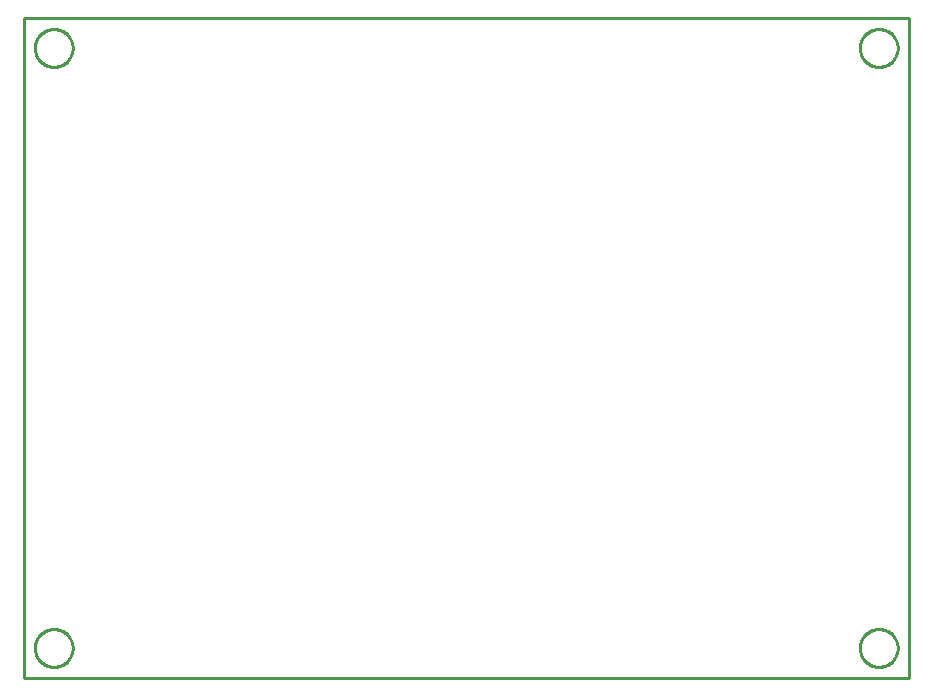
<source format=gbr>
G04 EAGLE Gerber RS-274X export*
G75*
%MOMM*%
%FSLAX34Y34*%
%LPD*%
%IN*%
%IPPOS*%
%AMOC8*
5,1,8,0,0,1.08239X$1,22.5*%
G01*
%ADD10C,0.254000*%


D10*
X50800Y139700D02*
X800100Y139700D01*
X800100Y698500D01*
X50800Y698500D01*
X50800Y139700D01*
X92200Y672576D02*
X92132Y671531D01*
X91995Y670492D01*
X91790Y669465D01*
X91519Y668453D01*
X91183Y667461D01*
X90782Y666493D01*
X90318Y665554D01*
X89795Y664646D01*
X89213Y663775D01*
X88575Y662944D01*
X87884Y662157D01*
X87143Y661416D01*
X86356Y660725D01*
X85525Y660088D01*
X84654Y659506D01*
X83746Y658982D01*
X82807Y658518D01*
X81839Y658117D01*
X80847Y657781D01*
X79835Y657510D01*
X78808Y657305D01*
X77769Y657169D01*
X76724Y657100D01*
X75676Y657100D01*
X74631Y657169D01*
X73592Y657305D01*
X72565Y657510D01*
X71553Y657781D01*
X70561Y658117D01*
X69593Y658518D01*
X68654Y658982D01*
X67746Y659506D01*
X66875Y660088D01*
X66044Y660725D01*
X65257Y661416D01*
X64516Y662157D01*
X63825Y662944D01*
X63188Y663775D01*
X62606Y664646D01*
X62082Y665554D01*
X61618Y666493D01*
X61217Y667461D01*
X60881Y668453D01*
X60610Y669465D01*
X60405Y670492D01*
X60269Y671531D01*
X60200Y672576D01*
X60200Y673624D01*
X60269Y674669D01*
X60405Y675708D01*
X60610Y676735D01*
X60881Y677747D01*
X61217Y678739D01*
X61618Y679707D01*
X62082Y680646D01*
X62606Y681554D01*
X63188Y682425D01*
X63825Y683256D01*
X64516Y684043D01*
X65257Y684784D01*
X66044Y685475D01*
X66875Y686113D01*
X67746Y686695D01*
X68654Y687218D01*
X69593Y687682D01*
X70561Y688083D01*
X71553Y688419D01*
X72565Y688690D01*
X73592Y688895D01*
X74631Y689032D01*
X75676Y689100D01*
X76724Y689100D01*
X77769Y689032D01*
X78808Y688895D01*
X79835Y688690D01*
X80847Y688419D01*
X81839Y688083D01*
X82807Y687682D01*
X83746Y687218D01*
X84654Y686695D01*
X85525Y686113D01*
X86356Y685475D01*
X87143Y684784D01*
X87884Y684043D01*
X88575Y683256D01*
X89213Y682425D01*
X89795Y681554D01*
X90318Y680646D01*
X90782Y679707D01*
X91183Y678739D01*
X91519Y677747D01*
X91790Y676735D01*
X91995Y675708D01*
X92132Y674669D01*
X92200Y673624D01*
X92200Y672576D01*
X92200Y164576D02*
X92132Y163531D01*
X91995Y162492D01*
X91790Y161465D01*
X91519Y160453D01*
X91183Y159461D01*
X90782Y158493D01*
X90318Y157554D01*
X89795Y156646D01*
X89213Y155775D01*
X88575Y154944D01*
X87884Y154157D01*
X87143Y153416D01*
X86356Y152725D01*
X85525Y152088D01*
X84654Y151506D01*
X83746Y150982D01*
X82807Y150518D01*
X81839Y150117D01*
X80847Y149781D01*
X79835Y149510D01*
X78808Y149305D01*
X77769Y149169D01*
X76724Y149100D01*
X75676Y149100D01*
X74631Y149169D01*
X73592Y149305D01*
X72565Y149510D01*
X71553Y149781D01*
X70561Y150117D01*
X69593Y150518D01*
X68654Y150982D01*
X67746Y151506D01*
X66875Y152088D01*
X66044Y152725D01*
X65257Y153416D01*
X64516Y154157D01*
X63825Y154944D01*
X63188Y155775D01*
X62606Y156646D01*
X62082Y157554D01*
X61618Y158493D01*
X61217Y159461D01*
X60881Y160453D01*
X60610Y161465D01*
X60405Y162492D01*
X60269Y163531D01*
X60200Y164576D01*
X60200Y165624D01*
X60269Y166669D01*
X60405Y167708D01*
X60610Y168735D01*
X60881Y169747D01*
X61217Y170739D01*
X61618Y171707D01*
X62082Y172646D01*
X62606Y173554D01*
X63188Y174425D01*
X63825Y175256D01*
X64516Y176043D01*
X65257Y176784D01*
X66044Y177475D01*
X66875Y178113D01*
X67746Y178695D01*
X68654Y179218D01*
X69593Y179682D01*
X70561Y180083D01*
X71553Y180419D01*
X72565Y180690D01*
X73592Y180895D01*
X74631Y181032D01*
X75676Y181100D01*
X76724Y181100D01*
X77769Y181032D01*
X78808Y180895D01*
X79835Y180690D01*
X80847Y180419D01*
X81839Y180083D01*
X82807Y179682D01*
X83746Y179218D01*
X84654Y178695D01*
X85525Y178113D01*
X86356Y177475D01*
X87143Y176784D01*
X87884Y176043D01*
X88575Y175256D01*
X89213Y174425D01*
X89795Y173554D01*
X90318Y172646D01*
X90782Y171707D01*
X91183Y170739D01*
X91519Y169747D01*
X91790Y168735D01*
X91995Y167708D01*
X92132Y166669D01*
X92200Y165624D01*
X92200Y164576D01*
X790700Y164576D02*
X790632Y163531D01*
X790495Y162492D01*
X790290Y161465D01*
X790019Y160453D01*
X789683Y159461D01*
X789282Y158493D01*
X788818Y157554D01*
X788295Y156646D01*
X787713Y155775D01*
X787075Y154944D01*
X786384Y154157D01*
X785643Y153416D01*
X784856Y152725D01*
X784025Y152088D01*
X783154Y151506D01*
X782246Y150982D01*
X781307Y150518D01*
X780339Y150117D01*
X779347Y149781D01*
X778335Y149510D01*
X777308Y149305D01*
X776269Y149169D01*
X775224Y149100D01*
X774176Y149100D01*
X773131Y149169D01*
X772092Y149305D01*
X771065Y149510D01*
X770053Y149781D01*
X769061Y150117D01*
X768093Y150518D01*
X767154Y150982D01*
X766246Y151506D01*
X765375Y152088D01*
X764544Y152725D01*
X763757Y153416D01*
X763016Y154157D01*
X762325Y154944D01*
X761688Y155775D01*
X761106Y156646D01*
X760582Y157554D01*
X760118Y158493D01*
X759717Y159461D01*
X759381Y160453D01*
X759110Y161465D01*
X758905Y162492D01*
X758769Y163531D01*
X758700Y164576D01*
X758700Y165624D01*
X758769Y166669D01*
X758905Y167708D01*
X759110Y168735D01*
X759381Y169747D01*
X759717Y170739D01*
X760118Y171707D01*
X760582Y172646D01*
X761106Y173554D01*
X761688Y174425D01*
X762325Y175256D01*
X763016Y176043D01*
X763757Y176784D01*
X764544Y177475D01*
X765375Y178113D01*
X766246Y178695D01*
X767154Y179218D01*
X768093Y179682D01*
X769061Y180083D01*
X770053Y180419D01*
X771065Y180690D01*
X772092Y180895D01*
X773131Y181032D01*
X774176Y181100D01*
X775224Y181100D01*
X776269Y181032D01*
X777308Y180895D01*
X778335Y180690D01*
X779347Y180419D01*
X780339Y180083D01*
X781307Y179682D01*
X782246Y179218D01*
X783154Y178695D01*
X784025Y178113D01*
X784856Y177475D01*
X785643Y176784D01*
X786384Y176043D01*
X787075Y175256D01*
X787713Y174425D01*
X788295Y173554D01*
X788818Y172646D01*
X789282Y171707D01*
X789683Y170739D01*
X790019Y169747D01*
X790290Y168735D01*
X790495Y167708D01*
X790632Y166669D01*
X790700Y165624D01*
X790700Y164576D01*
X790700Y672576D02*
X790632Y671531D01*
X790495Y670492D01*
X790290Y669465D01*
X790019Y668453D01*
X789683Y667461D01*
X789282Y666493D01*
X788818Y665554D01*
X788295Y664646D01*
X787713Y663775D01*
X787075Y662944D01*
X786384Y662157D01*
X785643Y661416D01*
X784856Y660725D01*
X784025Y660088D01*
X783154Y659506D01*
X782246Y658982D01*
X781307Y658518D01*
X780339Y658117D01*
X779347Y657781D01*
X778335Y657510D01*
X777308Y657305D01*
X776269Y657169D01*
X775224Y657100D01*
X774176Y657100D01*
X773131Y657169D01*
X772092Y657305D01*
X771065Y657510D01*
X770053Y657781D01*
X769061Y658117D01*
X768093Y658518D01*
X767154Y658982D01*
X766246Y659506D01*
X765375Y660088D01*
X764544Y660725D01*
X763757Y661416D01*
X763016Y662157D01*
X762325Y662944D01*
X761688Y663775D01*
X761106Y664646D01*
X760582Y665554D01*
X760118Y666493D01*
X759717Y667461D01*
X759381Y668453D01*
X759110Y669465D01*
X758905Y670492D01*
X758769Y671531D01*
X758700Y672576D01*
X758700Y673624D01*
X758769Y674669D01*
X758905Y675708D01*
X759110Y676735D01*
X759381Y677747D01*
X759717Y678739D01*
X760118Y679707D01*
X760582Y680646D01*
X761106Y681554D01*
X761688Y682425D01*
X762325Y683256D01*
X763016Y684043D01*
X763757Y684784D01*
X764544Y685475D01*
X765375Y686113D01*
X766246Y686695D01*
X767154Y687218D01*
X768093Y687682D01*
X769061Y688083D01*
X770053Y688419D01*
X771065Y688690D01*
X772092Y688895D01*
X773131Y689032D01*
X774176Y689100D01*
X775224Y689100D01*
X776269Y689032D01*
X777308Y688895D01*
X778335Y688690D01*
X779347Y688419D01*
X780339Y688083D01*
X781307Y687682D01*
X782246Y687218D01*
X783154Y686695D01*
X784025Y686113D01*
X784856Y685475D01*
X785643Y684784D01*
X786384Y684043D01*
X787075Y683256D01*
X787713Y682425D01*
X788295Y681554D01*
X788818Y680646D01*
X789282Y679707D01*
X789683Y678739D01*
X790019Y677747D01*
X790290Y676735D01*
X790495Y675708D01*
X790632Y674669D01*
X790700Y673624D01*
X790700Y672576D01*
M02*

</source>
